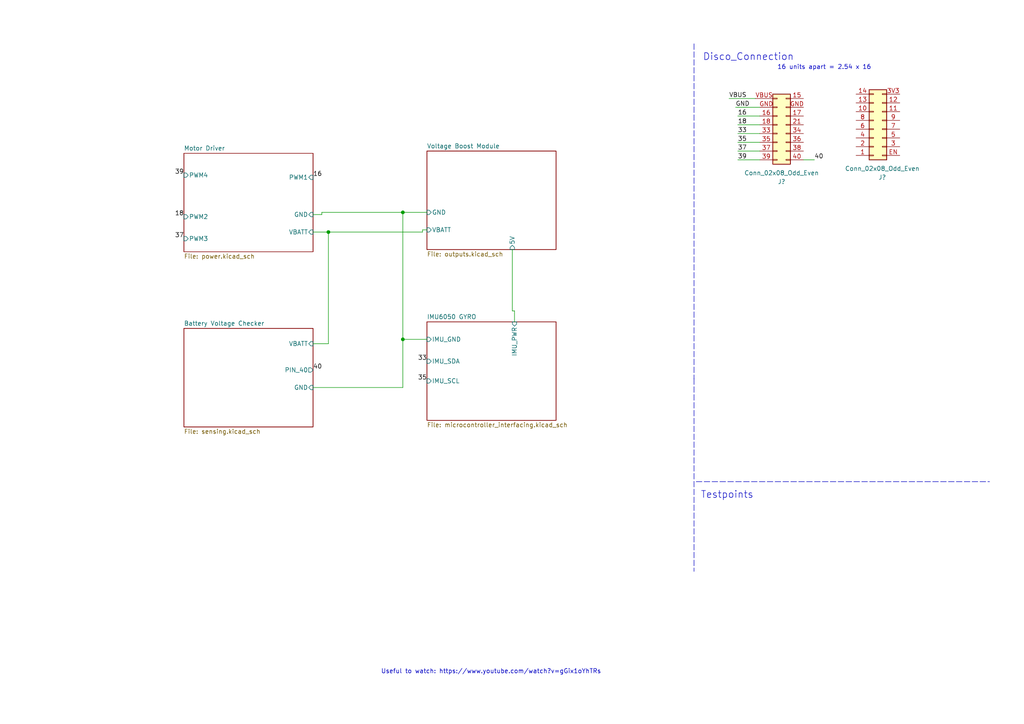
<source format=kicad_sch>
(kicad_sch (version 20211123) (generator eeschema)

  (uuid e63e39d7-6ac0-4ffd-8aa3-1841a4541b55)

  (paper "A4")

  (title_block
    (title "EEE4022S Thesis Project")
    (date "2022-04-02")
    (rev "v1.04")
    (company "University of Cape Town")
    (comment 3 "@Checked By: ")
    (comment 4 "@Authors: Moutloatsi")
  )

  (lib_symbols
    (symbol "Conn_02x08_Odd_Even_1" (pin_names (offset 1.016) hide) (in_bom yes) (on_board yes)
      (property "Reference" "J?" (id 0) (at -1.27 -13.97 0)
        (effects (font (size 1.27 1.27)))
      )
      (property "Value" "Conn_02x08_Odd_Even" (id 1) (at -1.27 -11.43 0)
        (effects (font (size 1.27 1.27)))
      )
      (property "Footprint" "" (id 2) (at 0 0 0)
        (effects (font (size 1.27 1.27)) hide)
      )
      (property "Datasheet" "~" (id 3) (at 0 0 0)
        (effects (font (size 1.27 1.27)) hide)
      )
      (property "ki_keywords" "connector" (id 4) (at 0 0 0)
        (effects (font (size 1.27 1.27)) hide)
      )
      (property "ki_description" "Generic connector, double row, 02x08, odd/even pin numbering scheme (row 1 odd numbers, row 2 even numbers), script generated (kicad-library-utils/schlib/autogen/connector/)" (id 5) (at 0 0 0)
        (effects (font (size 1.27 1.27)) hide)
      )
      (property "ki_fp_filters" "Connector*:*_2x??_*" (id 6) (at 0 0 0)
        (effects (font (size 1.27 1.27)) hide)
      )
      (symbol "Conn_02x08_Odd_Even_1_1_1"
        (rectangle (start -1.27 -10.033) (end 0 -10.287)
          (stroke (width 0.1524) (type default) (color 0 0 0 0))
          (fill (type none))
        )
        (rectangle (start -1.27 -7.493) (end 0 -7.747)
          (stroke (width 0.1524) (type default) (color 0 0 0 0))
          (fill (type none))
        )
        (rectangle (start -1.27 -4.953) (end 0 -5.207)
          (stroke (width 0.1524) (type default) (color 0 0 0 0))
          (fill (type none))
        )
        (rectangle (start -1.27 -2.413) (end 0 -2.667)
          (stroke (width 0.1524) (type default) (color 0 0 0 0))
          (fill (type none))
        )
        (rectangle (start -1.27 0.127) (end 0 -0.127)
          (stroke (width 0.1524) (type default) (color 0 0 0 0))
          (fill (type none))
        )
        (rectangle (start -1.27 2.667) (end 0 2.413)
          (stroke (width 0.1524) (type default) (color 0 0 0 0))
          (fill (type none))
        )
        (rectangle (start -1.27 5.207) (end 0 4.953)
          (stroke (width 0.1524) (type default) (color 0 0 0 0))
          (fill (type none))
        )
        (rectangle (start -1.27 7.747) (end 0 7.493)
          (stroke (width 0.1524) (type default) (color 0 0 0 0))
          (fill (type none))
        )
        (rectangle (start -1.27 8.89) (end 3.81 -11.43)
          (stroke (width 0.254) (type default) (color 0 0 0 0))
          (fill (type background))
        )
        (rectangle (start 3.81 -10.033) (end 2.54 -10.287)
          (stroke (width 0.1524) (type default) (color 0 0 0 0))
          (fill (type none))
        )
        (rectangle (start 3.81 -7.493) (end 2.54 -7.747)
          (stroke (width 0.1524) (type default) (color 0 0 0 0))
          (fill (type none))
        )
        (rectangle (start 3.81 -4.953) (end 2.54 -5.207)
          (stroke (width 0.1524) (type default) (color 0 0 0 0))
          (fill (type none))
        )
        (rectangle (start 3.81 -2.413) (end 2.54 -2.667)
          (stroke (width 0.1524) (type default) (color 0 0 0 0))
          (fill (type none))
        )
        (rectangle (start 3.81 0.127) (end 2.54 -0.127)
          (stroke (width 0.1524) (type default) (color 0 0 0 0))
          (fill (type none))
        )
        (rectangle (start 3.81 2.667) (end 2.54 2.413)
          (stroke (width 0.1524) (type default) (color 0 0 0 0))
          (fill (type none))
        )
        (rectangle (start 3.81 5.207) (end 2.54 4.953)
          (stroke (width 0.1524) (type default) (color 0 0 0 0))
          (fill (type none))
        )
        (rectangle (start 3.81 7.747) (end 2.54 7.493)
          (stroke (width 0.1524) (type default) (color 0 0 0 0))
          (fill (type none))
        )
        (pin passive line (at 7.62 7.62 180) (length 3.81)
          (name "Pin_1" (effects (font (size 1.27 1.27))))
          (number "1" (effects (font (size 1.27 1.27))))
        )
        (pin passive line (at 7.62 -5.08 180) (length 3.81)
          (name "Pin_10" (effects (font (size 1.27 1.27))))
          (number "10" (effects (font (size 1.27 1.27))))
        )
        (pin passive line (at -5.08 -5.08 0) (length 3.81)
          (name "Pin_11" (effects (font (size 1.27 1.27))))
          (number "11" (effects (font (size 1.27 1.27))))
        )
        (pin passive line (at -5.08 -7.62 0) (length 3.81)
          (name "Pin_12" (effects (font (size 1.27 1.27))))
          (number "12" (effects (font (size 1.27 1.27))))
        )
        (pin passive line (at 7.62 -7.62 180) (length 3.81)
          (name "Pin_13" (effects (font (size 1.27 1.27))))
          (number "13" (effects (font (size 1.27 1.27))))
        )
        (pin passive line (at 7.62 -10.16 180) (length 3.81)
          (name "Pin_14" (effects (font (size 1.27 1.27))))
          (number "14" (effects (font (size 1.27 1.27))))
        )
        (pin passive line (at 7.62 5.08 180) (length 3.81)
          (name "Pin_2" (effects (font (size 1.27 1.27))))
          (number "2" (effects (font (size 1.27 1.27))))
        )
        (pin passive line (at -5.08 5.08 0) (length 3.81)
          (name "Pin_3" (effects (font (size 1.27 1.27))))
          (number "3" (effects (font (size 1.27 1.27))))
        )
        (pin passive line (at -5.08 -10.16 0) (length 3.81)
          (name "Pin_3V3" (effects (font (size 1.27 1.27))))
          (number "3V3" (effects (font (size 1.27 1.27))))
        )
        (pin passive line (at 7.62 2.54 180) (length 3.81)
          (name "Pin_4" (effects (font (size 1.27 1.27))))
          (number "4" (effects (font (size 1.27 1.27))))
        )
        (pin passive line (at -5.08 2.54 0) (length 3.81)
          (name "Pin_5" (effects (font (size 1.27 1.27))))
          (number "5" (effects (font (size 1.27 1.27))))
        )
        (pin passive line (at 7.62 0 180) (length 3.81)
          (name "Pin_6" (effects (font (size 1.27 1.27))))
          (number "6" (effects (font (size 1.27 1.27))))
        )
        (pin passive line (at -5.08 0 0) (length 3.81)
          (name "Pin_7" (effects (font (size 1.27 1.27))))
          (number "7" (effects (font (size 1.27 1.27))))
        )
        (pin passive line (at 7.62 -2.54 180) (length 3.81)
          (name "Pin_8" (effects (font (size 1.27 1.27))))
          (number "8" (effects (font (size 1.27 1.27))))
        )
        (pin passive line (at -5.08 -2.54 0) (length 3.81)
          (name "Pin_9" (effects (font (size 1.27 1.27))))
          (number "9" (effects (font (size 1.27 1.27))))
        )
        (pin passive line (at -5.08 7.62 0) (length 3.81)
          (name "Pin_EN" (effects (font (size 1.27 1.27))))
          (number "EN" (effects (font (size 1.27 1.27))))
        )
      )
    )
    (symbol "Connector_Generic:Conn_02x08_Odd_Even" (pin_names (offset 1.016) hide) (in_bom yes) (on_board yes)
      (property "Reference" "J?" (id 0) (at 1.27 13.97 0)
        (effects (font (size 1.27 1.27)))
      )
      (property "Value" "Conn_02x08_Odd_Even" (id 1) (at 1.27 11.43 0)
        (effects (font (size 1.27 1.27)))
      )
      (property "Footprint" "" (id 2) (at 0 0 0)
        (effects (font (size 1.27 1.27)) hide)
      )
      (property "Datasheet" "~" (id 3) (at 0 0 0)
        (effects (font (size 1.27 1.27)) hide)
      )
      (property "ki_keywords" "connector" (id 4) (at 0 0 0)
        (effects (font (size 1.27 1.27)) hide)
      )
      (property "ki_description" "Generic connector, double row, 02x08, odd/even pin numbering scheme (row 1 odd numbers, row 2 even numbers), script generated (kicad-library-utils/schlib/autogen/connector/)" (id 5) (at 0 0 0)
        (effects (font (size 1.27 1.27)) hide)
      )
      (property "ki_fp_filters" "Connector*:*_2x??_*" (id 6) (at 0 0 0)
        (effects (font (size 1.27 1.27)) hide)
      )
      (symbol "Conn_02x08_Odd_Even_1_1"
        (rectangle (start -1.27 -10.033) (end 0 -10.287)
          (stroke (width 0.1524) (type default) (color 0 0 0 0))
          (fill (type none))
        )
        (rectangle (start -1.27 -7.493) (end 0 -7.747)
          (stroke (width 0.1524) (type default) (color 0 0 0 0))
          (fill (type none))
        )
        (rectangle (start -1.27 -4.953) (end 0 -5.207)
          (stroke (width 0.1524) (type default) (color 0 0 0 0))
          (fill (type none))
        )
        (rectangle (start -1.27 -2.413) (end 0 -2.667)
          (stroke (width 0.1524) (type default) (color 0 0 0 0))
          (fill (type none))
        )
        (rectangle (start -1.27 0.127) (end 0 -0.127)
          (stroke (width 0.1524) (type default) (color 0 0 0 0))
          (fill (type none))
        )
        (rectangle (start -1.27 2.667) (end 0 2.413)
          (stroke (width 0.1524) (type default) (color 0 0 0 0))
          (fill (type none))
        )
        (rectangle (start -1.27 5.207) (end 0 4.953)
          (stroke (width 0.1524) (type default) (color 0 0 0 0))
          (fill (type none))
        )
        (rectangle (start -1.27 7.747) (end 0 7.493)
          (stroke (width 0.1524) (type default) (color 0 0 0 0))
          (fill (type none))
        )
        (rectangle (start -1.27 8.89) (end 3.81 -11.43)
          (stroke (width 0.254) (type default) (color 0 0 0 0))
          (fill (type background))
        )
        (rectangle (start 3.81 -10.033) (end 2.54 -10.287)
          (stroke (width 0.1524) (type default) (color 0 0 0 0))
          (fill (type none))
        )
        (rectangle (start 3.81 -7.493) (end 2.54 -7.747)
          (stroke (width 0.1524) (type default) (color 0 0 0 0))
          (fill (type none))
        )
        (rectangle (start 3.81 -4.953) (end 2.54 -5.207)
          (stroke (width 0.1524) (type default) (color 0 0 0 0))
          (fill (type none))
        )
        (rectangle (start 3.81 -2.413) (end 2.54 -2.667)
          (stroke (width 0.1524) (type default) (color 0 0 0 0))
          (fill (type none))
        )
        (rectangle (start 3.81 0.127) (end 2.54 -0.127)
          (stroke (width 0.1524) (type default) (color 0 0 0 0))
          (fill (type none))
        )
        (rectangle (start 3.81 2.667) (end 2.54 2.413)
          (stroke (width 0.1524) (type default) (color 0 0 0 0))
          (fill (type none))
        )
        (rectangle (start 3.81 5.207) (end 2.54 4.953)
          (stroke (width 0.1524) (type default) (color 0 0 0 0))
          (fill (type none))
        )
        (rectangle (start 3.81 7.747) (end 2.54 7.493)
          (stroke (width 0.1524) (type default) (color 0 0 0 0))
          (fill (type none))
        )
        (pin passive line (at -5.08 -10.16 0) (length 3.81)
          (name "Pin_15" (effects (font (size 1.27 1.27))))
          (number "15" (effects (font (size 1.27 1.27))))
        )
        (pin passive line (at 7.62 -5.08 180) (length 3.81)
          (name "Pin_16" (effects (font (size 1.27 1.27))))
          (number "16" (effects (font (size 1.27 1.27))))
        )
        (pin passive line (at -5.08 -5.08 0) (length 3.81)
          (name "Pin_17" (effects (font (size 1.27 1.27))))
          (number "17" (effects (font (size 1.27 1.27))))
        )
        (pin passive line (at 7.62 -2.54 180) (length 3.81)
          (name "Pin_18" (effects (font (size 1.27 1.27))))
          (number "18" (effects (font (size 1.27 1.27))))
        )
        (pin passive line (at -5.08 -2.54 0) (length 3.81)
          (name "Pin_21" (effects (font (size 1.27 1.27))))
          (number "21" (effects (font (size 1.27 1.27))))
        )
        (pin passive line (at 7.62 0 180) (length 3.81)
          (name "Pin_33" (effects (font (size 1.27 1.27))))
          (number "33" (effects (font (size 1.27 1.27))))
        )
        (pin passive line (at -5.08 0 0) (length 3.81)
          (name "Pin_34" (effects (font (size 1.27 1.27))))
          (number "34" (effects (font (size 1.27 1.27))))
        )
        (pin bidirectional line (at 7.62 2.54 180) (length 3.81)
          (name "Pin_35" (effects (font (size 1.27 1.27))))
          (number "35" (effects (font (size 1.27 1.27))))
        )
        (pin passive line (at -5.08 2.54 0) (length 3.81)
          (name "Pin_36" (effects (font (size 1.27 1.27))))
          (number "36" (effects (font (size 1.27 1.27))))
        )
        (pin input line (at 7.62 5.08 180) (length 3.81)
          (name "Pin_37" (effects (font (size 1.27 1.27))))
          (number "37" (effects (font (size 1.27 1.27))))
        )
        (pin passive line (at -5.08 5.08 0) (length 3.81)
          (name "Pin_38" (effects (font (size 1.27 1.27))))
          (number "38" (effects (font (size 1.27 1.27))))
        )
        (pin passive line (at 7.62 7.62 180) (length 3.81)
          (name "Pin_39" (effects (font (size 1.27 1.27))))
          (number "39" (effects (font (size 1.27 1.27))))
        )
        (pin passive line (at -5.08 7.62 0) (length 3.81)
          (name "Pin_40" (effects (font (size 1.27 1.27))))
          (number "40" (effects (font (size 1.27 1.27))))
        )
        (pin passive line (at -5.08 -7.62 0) (length 3.81)
          (name "Pin_GND" (effects (font (size 1.27 1.27))))
          (number "GND" (effects (font (size 1.27 1.27))))
        )
        (pin passive line (at 7.62 -7.62 180) (length 3.81)
          (name "Pin_GND" (effects (font (size 1.27 1.27))))
          (number "GND" (effects (font (size 1.27 1.27))))
        )
        (pin power_out line (at 8.89 -10.16 180) (length 5.08)
          (name "Pin_VBUS" (effects (font (size 1.27 1.27))))
          (number "VBUS" (effects (font (size 1.27 1.27))))
        )
      )
    )
  )

  (junction (at 116.84 98.425) (diameter 0) (color 0 0 0 0)
    (uuid 1e65fd22-a007-4092-a3b1-4010ccaa5cbd)
  )
  (junction (at 116.84 61.595) (diameter 0) (color 0 0 0 0)
    (uuid 36637dc0-b20f-413c-9ab4-b45a87250064)
  )
  (junction (at 95.25 67.31) (diameter 0) (color 0 0 0 0)
    (uuid ad795122-7960-45f9-ba2d-c9a44528184e)
  )

  (wire (pts (xy 95.25 67.31) (xy 95.25 99.695))
    (stroke (width 0) (type default) (color 0 0 0 0))
    (uuid 12d3919b-f6a9-4645-924a-3f0435ffee8f)
  )
  (wire (pts (xy 116.84 98.425) (xy 116.84 112.395))
    (stroke (width 0) (type default) (color 0 0 0 0))
    (uuid 1bf3e9f9-64df-44f0-976b-b4eb63ff5f87)
  )
  (wire (pts (xy 95.25 99.695) (xy 90.805 99.695))
    (stroke (width 0) (type default) (color 0 0 0 0))
    (uuid 2f1af849-9e71-49b6-bc57-944cfde9140b)
  )
  (wire (pts (xy 90.805 67.31) (xy 95.25 67.31))
    (stroke (width 0) (type default) (color 0 0 0 0))
    (uuid 31e932ac-e52b-4150-99ed-1be5b3eaf994)
  )
  (polyline (pts (xy 201.295 12.7) (xy 201.295 109.855))
    (stroke (width 0) (type default) (color 0 0 0 0))
    (uuid 3a983f51-42e8-405a-9e04-43b2dcabad73)
  )

  (wire (pts (xy 148.59 90.17) (xy 149.225 90.17))
    (stroke (width 0) (type default) (color 0 0 0 0))
    (uuid 3cbb652a-91fb-490c-a526-df1bfd3c38bd)
  )
  (wire (pts (xy 236.22 46.355) (xy 233.045 46.355))
    (stroke (width 0) (type default) (color 0 0 0 0))
    (uuid 470226fb-1576-4059-bc9c-53266ffa3a9e)
  )
  (wire (pts (xy 211.455 28.575) (xy 219.075 28.575))
    (stroke (width 0) (type default) (color 0 0 0 0))
    (uuid 4875ca26-cbe9-433d-bf91-b2df433e6b57)
  )
  (wire (pts (xy 213.995 41.275) (xy 220.345 41.275))
    (stroke (width 0) (type default) (color 0 0 0 0))
    (uuid 4e24336b-1ed1-4954-bcd9-368e1e2f8ca1)
  )
  (wire (pts (xy 122.555 66.675) (xy 123.825 66.675))
    (stroke (width 0) (type default) (color 0 0 0 0))
    (uuid 54688509-86bc-465d-aecc-4b1d0babaa41)
  )
  (wire (pts (xy 213.995 36.195) (xy 220.345 36.195))
    (stroke (width 0) (type default) (color 0 0 0 0))
    (uuid 5e144546-585f-4fbd-9857-8607b20005ce)
  )
  (wire (pts (xy 213.36 31.115) (xy 220.345 31.115))
    (stroke (width 0) (type default) (color 0 0 0 0))
    (uuid 61360b6a-74dd-49ec-bd38-45d32f2ca7c5)
  )
  (polyline (pts (xy 201.295 109.855) (xy 201.295 165.735))
    (stroke (width 0) (type default) (color 0 0 0 0))
    (uuid 6afb9509-4267-45b9-b7dd-802c6961c178)
  )

  (wire (pts (xy 95.25 67.31) (xy 122.555 67.31))
    (stroke (width 0) (type default) (color 0 0 0 0))
    (uuid 71a87465-f0b4-49cf-a501-9fac59d2ec1b)
  )
  (wire (pts (xy 123.825 61.595) (xy 116.84 61.595))
    (stroke (width 0) (type default) (color 0 0 0 0))
    (uuid 7cb3477c-dbec-4ac3-af70-e2dbc2707991)
  )
  (wire (pts (xy 116.84 112.395) (xy 90.805 112.395))
    (stroke (width 0) (type default) (color 0 0 0 0))
    (uuid 8af4a456-20f1-4590-9d61-c5906d2a0c5d)
  )
  (wire (pts (xy 90.805 62.23) (xy 93.345 62.23))
    (stroke (width 0) (type default) (color 0 0 0 0))
    (uuid 8e8f86fe-85bc-445e-9da7-4dbf328595a3)
  )
  (wire (pts (xy 213.995 46.355) (xy 220.345 46.355))
    (stroke (width 0) (type default) (color 0 0 0 0))
    (uuid a2aa84cd-ac32-4962-827a-59b97b4f44a8)
  )
  (wire (pts (xy 93.345 61.595) (xy 93.345 62.23))
    (stroke (width 0) (type default) (color 0 0 0 0))
    (uuid a609f4f9-f190-4d7d-8bff-a52f0a1ed179)
  )
  (wire (pts (xy 149.225 90.17) (xy 149.225 93.345))
    (stroke (width 0) (type default) (color 0 0 0 0))
    (uuid ab344762-2c5d-4186-bb1e-fd81eb6c2f6f)
  )
  (wire (pts (xy 213.995 38.735) (xy 220.345 38.735))
    (stroke (width 0) (type default) (color 0 0 0 0))
    (uuid ab68f888-bf3a-496d-b08a-766dc8d929a9)
  )
  (wire (pts (xy 213.995 33.655) (xy 220.345 33.655))
    (stroke (width 0) (type default) (color 0 0 0 0))
    (uuid ade6cca6-e28e-45a5-b188-5a39b3a1d01c)
  )
  (wire (pts (xy 213.995 43.815) (xy 220.345 43.815))
    (stroke (width 0) (type default) (color 0 0 0 0))
    (uuid b2478fbf-258c-430c-b505-faf028e76e61)
  )
  (wire (pts (xy 148.59 72.39) (xy 148.59 90.17))
    (stroke (width 0) (type default) (color 0 0 0 0))
    (uuid bd952574-f0f4-4a68-81ba-97bef5f729e7)
  )
  (wire (pts (xy 116.84 61.595) (xy 93.345 61.595))
    (stroke (width 0) (type default) (color 0 0 0 0))
    (uuid c1400374-c8ff-4d82-a332-adc5bc9d0a6c)
  )
  (wire (pts (xy 122.555 67.31) (xy 122.555 66.675))
    (stroke (width 0) (type default) (color 0 0 0 0))
    (uuid c4fa7341-38db-4e1b-9c4a-a50d80f860c9)
  )
  (polyline (pts (xy 201.93 139.7) (xy 287.02 139.7))
    (stroke (width 0) (type default) (color 0 0 0 0))
    (uuid cf73e051-ef77-45e3-a6de-4581a251cde1)
  )

  (wire (pts (xy 116.84 98.425) (xy 123.825 98.425))
    (stroke (width 0) (type default) (color 0 0 0 0))
    (uuid f6609062-d048-4014-b3a7-8589f0cbd474)
  )
  (wire (pts (xy 116.84 61.595) (xy 116.84 98.425))
    (stroke (width 0) (type default) (color 0 0 0 0))
    (uuid fe6e42e8-6566-47a8-b457-fa8a1a92331c)
  )

  (text "Useful to watch: https://www.youtube.com/watch?v=gGix1oYhTRs"
    (at 110.49 195.58 0)
    (effects (font (size 1.27 1.27)) (justify left bottom))
    (uuid 18a8e287-d1c7-45b6-a196-710aa99585f3)
  )
  (text "16 units apart = 2.54 x 16" (at 225.425 20.32 0)
    (effects (font (size 1.27 1.27)) (justify left bottom))
    (uuid 9328bf5e-c997-4667-847d-cf51587a0583)
  )
  (text "Disco_Connection" (at 203.835 17.78 0)
    (effects (font (size 2.0066 2.0066)) (justify left bottom))
    (uuid bba52ae1-2c60-4612-b640-b785ed4cdd7e)
  )
  (text "Testpoints" (at 203.2 144.78 0)
    (effects (font (size 2.0066 2.0066)) (justify left bottom))
    (uuid f205d1ef-3ec2-4153-92b9-77f602b37fac)
  )

  (label "16" (at 90.805 51.435 0)
    (effects (font (size 1.27 1.27)) (justify left bottom))
    (uuid 1a86f024-5d87-4ca9-8035-2f4d781f7a3b)
  )
  (label "GND" (at 213.36 31.115 0)
    (effects (font (size 1.27 1.27)) (justify left bottom))
    (uuid 1f255997-4f71-4c30-87cf-a80ad0516683)
  )
  (label "33" (at 213.995 38.735 0)
    (effects (font (size 1.27 1.27)) (justify left bottom))
    (uuid 28602620-15db-4cb9-a3f0-ac16ed3bccaa)
  )
  (label "40" (at 90.805 107.315 0)
    (effects (font (size 1.27 1.27)) (justify left bottom))
    (uuid 2d958b8d-0583-4cad-ba82-5323538caa3f)
  )
  (label "VBUS" (at 211.455 28.575 0)
    (effects (font (size 1.27 1.27)) (justify left bottom))
    (uuid 3aed3922-0aa9-4a90-96e7-1887f04bc741)
  )
  (label "18" (at 53.34 62.865 180)
    (effects (font (size 1.27 1.27)) (justify right bottom))
    (uuid 42a76344-9088-4e5e-ba08-aa7144e994cb)
  )
  (label "18" (at 213.995 36.195 0)
    (effects (font (size 1.27 1.27)) (justify left bottom))
    (uuid 5a6e80db-7947-480c-9c41-289ea89cb329)
  )
  (label "37" (at 53.34 69.215 180)
    (effects (font (size 1.27 1.27)) (justify right bottom))
    (uuid 60db0bfd-d258-49a3-9edf-92314b4bd81e)
  )
  (label "33" (at 123.825 104.775 180)
    (effects (font (size 1.27 1.27)) (justify right bottom))
    (uuid 6710f247-4f35-42be-8f30-41f2123c812a)
  )
  (label "40" (at 236.22 46.355 0)
    (effects (font (size 1.27 1.27)) (justify left bottom))
    (uuid 7c11ad73-7680-43d6-8431-1e2b2afaf037)
  )
  (label "16" (at 213.995 33.655 0)
    (effects (font (size 1.27 1.27)) (justify left bottom))
    (uuid 83f62a30-56e4-4c10-8359-4ff4129d8c84)
  )
  (label "35" (at 123.825 110.49 180)
    (effects (font (size 1.27 1.27)) (justify right bottom))
    (uuid bebca122-922f-4b2c-b2e0-9a19ee2323b6)
  )
  (label "37" (at 213.995 43.815 0)
    (effects (font (size 1.27 1.27)) (justify left bottom))
    (uuid c78768ea-1f75-4aa0-8558-47bfc45d8657)
  )
  (label "35" (at 213.995 41.275 0)
    (effects (font (size 1.27 1.27)) (justify left bottom))
    (uuid dff8f904-8d51-4cf5-bfc0-7f7b5de5b03c)
  )
  (label "39" (at 213.995 46.355 0)
    (effects (font (size 1.27 1.27)) (justify left bottom))
    (uuid f03cc50c-cdd0-4718-abdf-d2ae3e7deb39)
  )
  (label "39" (at 53.34 50.8 180)
    (effects (font (size 1.27 1.27)) (justify right bottom))
    (uuid fd006715-78ea-420b-9d50-f30dc4d72440)
  )

  (symbol (lib_id "Connector_Generic:Conn_02x08_Odd_Even") (at 227.965 38.735 180) (unit 1)
    (in_bom yes) (on_board yes) (fields_autoplaced)
    (uuid 15efaf1c-2d60-4cac-83d5-1cb4496fec01)
    (property "Reference" "J?" (id 0) (at 226.695 52.705 0))
    (property "Value" "Conn_02x08_Odd_Even" (id 1) (at 226.695 50.165 0))
    (property "Footprint" "" (id 2) (at 227.965 38.735 0)
      (effects (font (size 1.27 1.27)) hide)
    )
    (property "Datasheet" "~" (id 3) (at 227.965 38.735 0)
      (effects (font (size 1.27 1.27)) hide)
    )
    (pin "15" (uuid 99aa7111-3aaf-44d6-9991-59118f452bbb))
    (pin "16" (uuid f358ac6b-17e0-4c47-9f05-8773630c08f8))
    (pin "17" (uuid 4fd2be35-f3dc-4152-8d6b-941d855e1521))
    (pin "18" (uuid 0f2345df-1720-4a1d-8df4-9dea06adef0f))
    (pin "21" (uuid 88c5b4a9-3364-45ea-b9c0-bb33f0271133))
    (pin "33" (uuid 08f80d5f-3e8d-4741-b318-eb9b8530bfd7))
    (pin "34" (uuid 3f1f1946-19c2-44b8-ac64-9ba2d7885423))
    (pin "35" (uuid a4467a61-9d11-446b-8344-153a8ebcb678))
    (pin "36" (uuid 16e55dd2-5dba-45d4-a2a1-d80c8f5f1577))
    (pin "37" (uuid 52900413-1767-4f3a-90db-145802115b43))
    (pin "38" (uuid 18eae55b-f877-4134-8fce-bc26b61895e5))
    (pin "39" (uuid 087efac6-a286-4c5b-bc79-92b8b1ec5a19))
    (pin "40" (uuid 911ef1a7-8bbb-4525-b0b9-d9cf6d0182fe))
    (pin "GND" (uuid 7687ad14-f6bd-4f4b-b135-045a0bf7d106))
    (pin "GND" (uuid 7687ad14-f6bd-4f4b-b135-045a0bf7d106))
    (pin "VBUS" (uuid 615ec105-5421-4463-8fb7-529e8874f6a8))
  )

  (symbol (lib_name "Conn_02x08_Odd_Even_1") (lib_id "Connector_Generic:Conn_02x08_Odd_Even") (at 255.905 37.465 180) (unit 1)
    (in_bom yes) (on_board yes)
    (uuid 4925714a-32da-44d1-bf50-5cb6d752b942)
    (property "Reference" "J?" (id 0) (at 255.905 51.435 0))
    (property "Value" "Conn_02x08_Odd_Even" (id 1) (at 255.905 48.895 0))
    (property "Footprint" "" (id 2) (at 255.905 37.465 0)
      (effects (font (size 1.27 1.27)) hide)
    )
    (property "Datasheet" "~" (id 3) (at 255.905 37.465 0)
      (effects (font (size 1.27 1.27)) hide)
    )
    (pin "1" (uuid 135b83d0-194b-48c3-9c4e-5055cbd3e38d))
    (pin "10" (uuid e87f4f98-ba06-4e6a-a573-790afc2d60e4))
    (pin "11" (uuid c1c3a362-9f17-44e7-851a-1993ee5c06c3))
    (pin "12" (uuid ee3083b4-b317-4a3d-a6ba-506757ef3a5a))
    (pin "13" (uuid fd178837-1868-4546-8275-0cf5f0c59b93))
    (pin "14" (uuid 447c27f8-d297-450d-936c-9b857ef890c3))
    (pin "2" (uuid b34c9e72-86ad-4e4b-97cc-9d6ea30cfa06))
    (pin "3" (uuid 420f210b-73df-4008-acd0-ef102e2c7815))
    (pin "3V3" (uuid b848f4f2-84bc-460f-a579-afa900ca138e))
    (pin "4" (uuid 24ce5d51-a75b-436d-92cf-135c2ac5fc59))
    (pin "5" (uuid 431e2e2b-043c-48c0-b809-37a6ca4f2dfe))
    (pin "6" (uuid f96e7905-11fb-4087-ad02-1b935c589ef3))
    (pin "7" (uuid 69c6f62c-914b-40da-8107-a78f89695886))
    (pin "8" (uuid 6115d51e-ff4f-48df-8102-d86f9762a858))
    (pin "9" (uuid b0b16989-3305-4328-a351-7c6498d1a60d))
    (pin "EN" (uuid c3232b13-c44f-48ef-80c8-f1d60d02ee48))
  )

  (sheet (at 123.825 93.345) (size 37.465 28.575) (fields_autoplaced)
    (stroke (width 0.1524) (type solid) (color 0 0 0 0))
    (fill (color 0 0 0 0.0000))
    (uuid 59b42903-2dc7-4011-ab5b-d7b81bd233c3)
    (property "Sheet name" "IMU6050 GYRO" (id 0) (at 123.825 92.6334 0)
      (effects (font (size 1.27 1.27)) (justify left bottom))
    )
    (property "Sheet file" "microcontroller_interfacing.kicad_sch" (id 1) (at 123.825 122.5046 0)
      (effects (font (size 1.27 1.27)) (justify left top))
    )
    (pin "IMU_GND" input (at 123.825 98.425 180)
      (effects (font (size 1.27 1.27)) (justify left))
      (uuid 0533bb38-af61-4873-b0e0-d038debeff3b)
    )
    (pin "IMU_SDA" input (at 123.825 104.775 180)
      (effects (font (size 1.27 1.27)) (justify left))
      (uuid fa89ebbc-1d9b-4fc9-be59-17d2497ad7e2)
    )
    (pin "IMU_SCL" input (at 123.825 110.49 180)
      (effects (font (size 1.27 1.27)) (justify left))
      (uuid 8087cfb0-83c1-4013-b946-592d317a1817)
    )
    (pin "IMU_PWR" input (at 149.225 93.345 90)
      (effects (font (size 1.27 1.27)) (justify right))
      (uuid ddeefd5c-8013-4ffa-880a-1a968276d5b7)
    )
  )

  (sheet (at 123.825 43.815) (size 37.465 28.575) (fields_autoplaced)
    (stroke (width 0.1524) (type solid) (color 0 0 0 0))
    (fill (color 0 0 0 0.0000))
    (uuid 6faa355f-9d08-4dfa-b3e6-58b461b2063e)
    (property "Sheet name" "Voltage Boost Module" (id 0) (at 123.825 43.1034 0)
      (effects (font (size 1.27 1.27)) (justify left bottom))
    )
    (property "Sheet file" "outputs.kicad_sch" (id 1) (at 123.825 72.9746 0)
      (effects (font (size 1.27 1.27)) (justify left top))
    )
    (pin "5V" input (at 148.59 72.39 270)
      (effects (font (size 1.27 1.27)) (justify left))
      (uuid c4e7eb59-efb2-4206-a4d7-8cf2c47cf84c)
    )
    (pin "GND" input (at 123.825 61.595 180)
      (effects (font (size 1.27 1.27)) (justify left))
      (uuid 2b90f8fe-7508-4392-8d84-b33d76a7bb79)
    )
    (pin "VBATT" input (at 123.825 66.675 180)
      (effects (font (size 1.27 1.27)) (justify left))
      (uuid 4ec888f6-cc0d-4caf-a672-64f5aac50d5a)
    )
  )

  (sheet (at 53.34 95.25) (size 37.465 28.575) (fields_autoplaced)
    (stroke (width 0.1524) (type solid) (color 0 0 0 0))
    (fill (color 0 0 0 0.0000))
    (uuid cf6c12a4-3d95-473d-bafe-8be3892a84e9)
    (property "Sheet name" "Battery Voltage Checker" (id 0) (at 53.34 94.5384 0)
      (effects (font (size 1.27 1.27)) (justify left bottom))
    )
    (property "Sheet file" "sensing.kicad_sch" (id 1) (at 53.34 124.4096 0)
      (effects (font (size 1.27 1.27)) (justify left top))
    )
    (pin "VBATT" input (at 90.805 99.695 0)
      (effects (font (size 1.27 1.27)) (justify right))
      (uuid 1ef97a2b-b292-405f-bdf8-97c8c2a9eb71)
    )
    (pin "GND" input (at 90.805 112.395 0)
      (effects (font (size 1.27 1.27)) (justify right))
      (uuid 60d17227-bec8-4008-b203-73e763200dda)
    )
    (pin "PIN_40" output (at 90.805 107.315 0)
      (effects (font (size 1.27 1.27)) (justify right))
      (uuid 070b2014-681d-4aab-a2bf-b9600868c9df)
    )
  )

  (sheet (at 53.34 44.45) (size 37.465 28.575) (fields_autoplaced)
    (stroke (width 0.1524) (type solid) (color 0 0 0 0))
    (fill (color 0 0 0 0.0000))
    (uuid d15c8919-7ccc-44b2-8fc4-b04c1b47b6fa)
    (property "Sheet name" "Motor Driver" (id 0) (at 53.34 43.7384 0)
      (effects (font (size 1.27 1.27)) (justify left bottom))
    )
    (property "Sheet file" "power.kicad_sch" (id 1) (at 53.34 73.6096 0)
      (effects (font (size 1.27 1.27)) (justify left top))
    )
    (pin "PWM1" input (at 90.805 51.435 0)
      (effects (font (size 1.27 1.27)) (justify right))
      (uuid dff3116a-837e-4e26-87db-d75ecee6b269)
    )
    (pin "GND" input (at 90.805 62.23 0)
      (effects (font (size 1.27 1.27)) (justify right))
      (uuid 2b357086-7269-487f-b722-73cb048d53e4)
    )
    (pin "VBATT" input (at 90.805 67.31 0)
      (effects (font (size 1.27 1.27)) (justify right))
      (uuid b0d40222-aca5-4adc-8486-bef7b122b44c)
    )
    (pin "PWM3" input (at 53.34 69.215 180)
      (effects (font (size 1.27 1.27)) (justify left))
      (uuid dbc976e9-c5c7-4145-aeac-8db79f6b5ce8)
    )
    (pin "PWM2" input (at 53.34 62.865 180)
      (effects (font (size 1.27 1.27)) (justify left))
      (uuid 9028c1fc-d817-42a8-90d9-f29a1af13ce9)
    )
    (pin "PWM4" input (at 53.34 50.8 180)
      (effects (font (size 1.27 1.27)) (justify left))
      (uuid ab661cd5-c4e4-4293-8705-161122f69ecb)
    )
  )

  (sheet_instances
    (path "/" (page "1"))
    (path "/d15c8919-7ccc-44b2-8fc4-b04c1b47b6fa" (page "2"))
    (path "/cf6c12a4-3d95-473d-bafe-8be3892a84e9" (page "3"))
    (path "/6faa355f-9d08-4dfa-b3e6-58b461b2063e" (page "5"))
    (path "/59b42903-2dc7-4011-ab5b-d7b81bd233c3" (page "5"))
  )

  (symbol_instances
    (path "/d15c8919-7ccc-44b2-8fc4-b04c1b47b6fa/20b75218-d1d7-4fea-b5c6-486223048879"
      (reference "BT1") (unit 1) (value "Battery_Cell") (footprint "")
    )
    (path "/d15c8919-7ccc-44b2-8fc4-b04c1b47b6fa/58572789-1e33-44a4-8967-9dcf409fbbd8"
      (reference "D1") (unit 1) (value "STPS340U ") (footprint "")
    )
    (path "/d15c8919-7ccc-44b2-8fc4-b04c1b47b6fa/2c7cceb4-d843-46ba-8537-8c7b6a981e97"
      (reference "D?") (unit 1) (value "STPS340U ") (footprint "")
    )
    (path "/d15c8919-7ccc-44b2-8fc4-b04c1b47b6fa/7b637664-6e78-4ad2-8b53-b9ccda1f8cca"
      (reference "D?") (unit 1) (value "STPS340U ") (footprint "")
    )
    (path "/d15c8919-7ccc-44b2-8fc4-b04c1b47b6fa/fa487027-4cd4-4ceb-acde-360499bea65d"
      (reference "D?") (unit 1) (value "STPS340U ") (footprint "")
    )
    (path "/15efaf1c-2d60-4cac-83d5-1cb4496fec01"
      (reference "J?") (unit 1) (value "Conn_02x08_Odd_Even") (footprint "")
    )
    (path "/4925714a-32da-44d1-bf50-5cb6d752b942"
      (reference "J?") (unit 1) (value "Conn_02x08_Odd_Even") (footprint "")
    )
    (path "/d15c8919-7ccc-44b2-8fc4-b04c1b47b6fa/2f3b7462-41be-4e60-9260-40d0799b8e89"
      (reference "M1") (unit 1) (value "Motor_DC") (footprint "")
    )
    (path "/d15c8919-7ccc-44b2-8fc4-b04c1b47b6fa/82f8a9bf-a6af-4447-902b-4950fcafd937"
      (reference "M?") (unit 1) (value "Motor_DC") (footprint "")
    )
    (path "/d15c8919-7ccc-44b2-8fc4-b04c1b47b6fa/ec7b2fc5-9024-4a2d-83c8-d04686ad4fba"
      (reference "M?") (unit 1) (value "Motor_DC") (footprint "")
    )
    (path "/d15c8919-7ccc-44b2-8fc4-b04c1b47b6fa/fd131b5c-b7bd-404e-9649-7fc8435f8d85"
      (reference "M?") (unit 1) (value "Motor_DC") (footprint "")
    )
    (path "/6faa355f-9d08-4dfa-b3e6-58b461b2063e/ceda74cd-883c-4893-a702-a7c18370b19f"
      (reference "PS?") (unit 1) (value "GENERIC") (footprint "Converter_DCDC:Converter_DCDC_XP_POWER-ITXxxxxSA_THT")
    )
    (path "/d15c8919-7ccc-44b2-8fc4-b04c1b47b6fa/a1a40d69-405a-4378-85f1-927e07b37611"
      (reference "Q1") (unit 1) (value "PMBT2222A") (footprint "Package_TO_SOT_SMD:SOT-23")
    )
    (path "/d15c8919-7ccc-44b2-8fc4-b04c1b47b6fa/5d89f35a-d89e-4312-af13-9c498562b974"
      (reference "Q2") (unit 1) (value "2N2907") (footprint "Package_TO_SOT_THT:TO-92_Inline")
    )
    (path "/d15c8919-7ccc-44b2-8fc4-b04c1b47b6fa/386698c1-8a88-4720-842a-98a2eaf2bda7"
      (reference "Q3") (unit 1) (value "pmv45en2") (footprint "")
    )
    (path "/d15c8919-7ccc-44b2-8fc4-b04c1b47b6fa/218f48cd-55e2-440d-9284-02395506cb7c"
      (reference "Q?") (unit 1) (value "pmv45en2") (footprint "")
    )
    (path "/d15c8919-7ccc-44b2-8fc4-b04c1b47b6fa/24439527-5c8c-46a8-b1db-113d6d24cf39"
      (reference "Q?") (unit 1) (value "2N2907") (footprint "Package_TO_SOT_THT:TO-92_Inline")
    )
    (path "/d15c8919-7ccc-44b2-8fc4-b04c1b47b6fa/3f523d4b-0de6-4349-b216-ec6429d6aa9f"
      (reference "Q?") (unit 1) (value "2N2907") (footprint "Package_TO_SOT_THT:TO-92_Inline")
    )
    (path "/d15c8919-7ccc-44b2-8fc4-b04c1b47b6fa/6c8cd120-3fa5-40d4-8544-4e71a0d2bfa6"
      (reference "Q?") (unit 1) (value "pmv45en2") (footprint "")
    )
    (path "/d15c8919-7ccc-44b2-8fc4-b04c1b47b6fa/81338994-86c0-4282-85de-e5c50279a266"
      (reference "Q?") (unit 1) (value "2N2907") (footprint "Package_TO_SOT_THT:TO-92_Inline")
    )
    (path "/d15c8919-7ccc-44b2-8fc4-b04c1b47b6fa/a7e6406c-dd4d-4186-9151-9ae8e81c823c"
      (reference "Q?") (unit 1) (value "PMBT2222A") (footprint "Package_TO_SOT_SMD:SOT-23")
    )
    (path "/d15c8919-7ccc-44b2-8fc4-b04c1b47b6fa/a83f1924-8c02-4c8b-a232-643d98d80ba6"
      (reference "Q?") (unit 1) (value "PMBT2222A") (footprint "Package_TO_SOT_SMD:SOT-23")
    )
    (path "/d15c8919-7ccc-44b2-8fc4-b04c1b47b6fa/d9093581-cfde-4de5-8082-b67f6e8a38bb"
      (reference "Q?") (unit 1) (value "PMBT2222A") (footprint "Package_TO_SOT_SMD:SOT-23")
    )
    (path "/d15c8919-7ccc-44b2-8fc4-b04c1b47b6fa/ff49c688-b74b-48e4-b6ea-178f88dc84cc"
      (reference "Q?") (unit 1) (value "pmv45en2") (footprint "")
    )
    (path "/d15c8919-7ccc-44b2-8fc4-b04c1b47b6fa/b391d406-e7e7-4c19-8273-c50ab5a5b0bd"
      (reference "R1") (unit 1) (value "18") (footprint "")
    )
    (path "/d15c8919-7ccc-44b2-8fc4-b04c1b47b6fa/8c64c258-39af-4743-81e1-45cd667f9ca7"
      (reference "R2") (unit 1) (value "10") (footprint "")
    )
    (path "/cf6c12a4-3d95-473d-bafe-8be3892a84e9/f4b777c9-c30a-4e78-abfd-d3896532f997"
      (reference "R17") (unit 1) (value "100k") (footprint "Resistor_SMD:R_1206_3216Metric")
    )
    (path "/cf6c12a4-3d95-473d-bafe-8be3892a84e9/31af7245-9902-4c67-9c46-45d414056b6f"
      (reference "R18") (unit 1) (value "100k") (footprint "Resistor_SMD:R_1206_3216Metric")
    )
    (path "/d15c8919-7ccc-44b2-8fc4-b04c1b47b6fa/0c312845-775d-44a1-988b-14324f0ab78d"
      (reference "R?") (unit 1) (value "10") (footprint "")
    )
    (path "/d15c8919-7ccc-44b2-8fc4-b04c1b47b6fa/29cb2758-e17d-4534-9120-81ad3366f7c0"
      (reference "R?") (unit 1) (value "18") (footprint "")
    )
    (path "/d15c8919-7ccc-44b2-8fc4-b04c1b47b6fa/31e5d638-9666-4c49-9fee-c028a2335884"
      (reference "R?") (unit 1) (value "18") (footprint "")
    )
    (path "/d15c8919-7ccc-44b2-8fc4-b04c1b47b6fa/444bb968-c0fa-4807-8ad3-51c976d7ad59"
      (reference "R?") (unit 1) (value "10") (footprint "")
    )
    (path "/d15c8919-7ccc-44b2-8fc4-b04c1b47b6fa/90400b28-e476-42f6-ad1a-3aca9fce3695"
      (reference "R?") (unit 1) (value "18") (footprint "")
    )
    (path "/d15c8919-7ccc-44b2-8fc4-b04c1b47b6fa/d2e96160-7b28-4d7a-95f5-d5f2a5210d17"
      (reference "R?") (unit 1) (value "10") (footprint "")
    )
    (path "/59b42903-2dc7-4011-ab5b-d7b81bd233c3/af08a49d-397a-4a05-ad3d-b5e43b205128"
      (reference "U?") (unit 1) (value "MPU-6050") (footprint "Sensor_Motion:InvenSense_QFN-24_4x4mm_P0.5mm")
    )
  )
)

</source>
